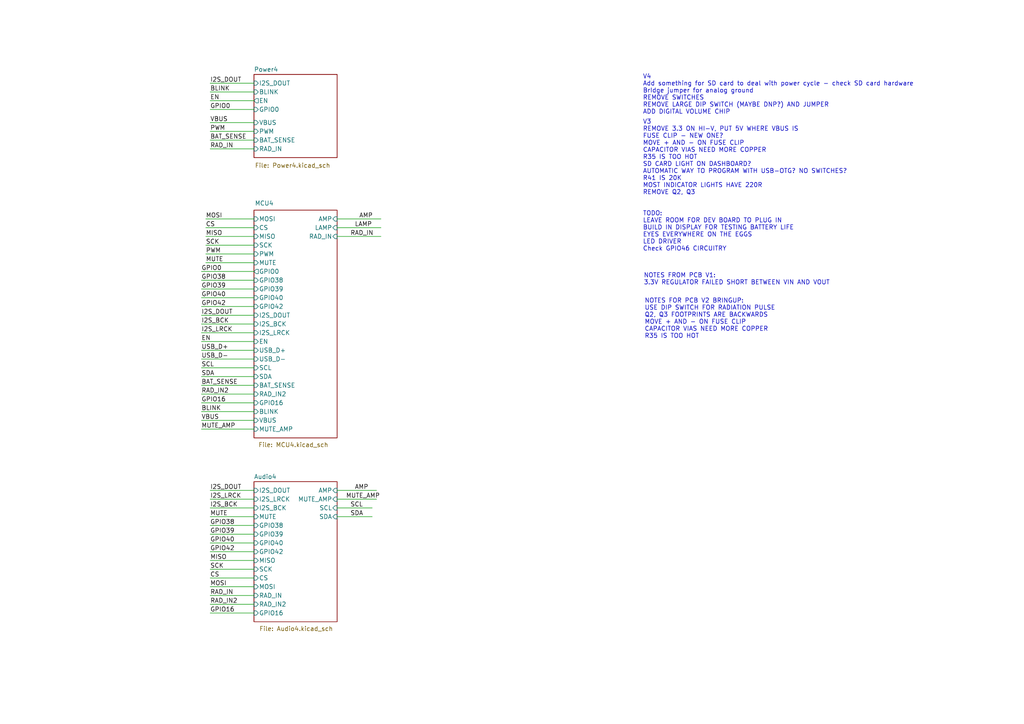
<source format=kicad_sch>
(kicad_sch
	(version 20250114)
	(generator "eeschema")
	(generator_version "9.0")
	(uuid "0a781558-ebe5-4562-8748-3cbe471da24e")
	(paper "A4")
	(title_block
		(title "POWER")
	)
	(lib_symbols)
	(text "V3\nREMOVE 3.3 ON HI-V, PUT 5V WHERE VBUS IS\nFUSE CLIP - NEW ONE?\nMOVE + AND - ON FUSE CLIP\nCAPACITOR VIAS NEED MORE COPPER\nR35 IS TOO HOT\nSD CARD LIGHT ON DASHBOARD?\nAUTOMATIC WAY TO PROGRAM WITH USB-OTG? NO SWITCHES?\nR41 IS 20K\nMOST INDICATOR LIGHTS HAVE 220R \nREMOVE Q2, Q3\n\n\nTODO:\nLEAVE ROOM FOR DEV BOARD TO PLUG IN\nBUILD IN DISPLAY FOR TESTING BATTERY LIFE\nEYES EVERYWHERE ON THE EGGS\nLED DRIVER\nCheck GPIO46 CIRCUITRY"
		(exclude_from_sim no)
		(at 186.436 53.848 0)
		(effects
			(font
				(size 1.27 1.27)
			)
			(justify left)
		)
		(uuid "3760ff42-b08b-4703-aaf8-aeb1eb1db20c")
	)
	(text "NOTES FOR PCB V2 BRINGUP:\nUSE DIP SWITCH FOR RADIATION PULSE\nQ2, Q3 FOOTPRINTS ARE BACKWARDS\nMOVE + AND - ON FUSE CLIP\nCAPACITOR VIAS NEED MORE COPPER\nR35 IS TOO HOT"
		(exclude_from_sim no)
		(at 186.944 92.456 0)
		(effects
			(font
				(size 1.27 1.27)
			)
			(justify left)
		)
		(uuid "3eee940c-3daf-4539-b402-6624e95890bf")
	)
	(text "NOTES FROM PCB V1:\n3.3V REGULATOR FAILED SHORT BETWEEN VIN AND VOUT"
		(exclude_from_sim no)
		(at 186.69 81.026 0)
		(effects
			(font
				(size 1.27 1.27)
			)
			(justify left)
		)
		(uuid "4bc7d904-9336-4473-9b75-88914af7bb07")
	)
	(text "V4\nAdd something for SD card to deal with power cycle - check SD card hardware\nBrIdge jumper for analog ground\nREMOVE SWITCHES\nREMOVE LARGE DIP SWITCH (MAYBE DNP?) AND JUMPER\nADD DIGITAL VOLUME CHIP"
		(exclude_from_sim no)
		(at 186.436 27.432 0)
		(effects
			(font
				(size 1.27 1.27)
			)
			(justify left)
		)
		(uuid "e19991e7-0117-4423-9abf-ca858df787b7")
	)
	(wire
		(pts
			(xy 58.42 86.36) (xy 73.66 86.36)
		)
		(stroke
			(width 0)
			(type default)
		)
		(uuid "00d51275-3c9f-4e8a-891d-674dc05285b5")
	)
	(wire
		(pts
			(xy 58.42 104.14) (xy 73.66 104.14)
		)
		(stroke
			(width 0)
			(type default)
		)
		(uuid "17d01d1f-b5ad-4bf7-9839-bc7a01be1db2")
	)
	(wire
		(pts
			(xy 58.42 88.9) (xy 73.66 88.9)
		)
		(stroke
			(width 0)
			(type default)
		)
		(uuid "187f0d01-d358-4a97-9462-d67bb09ab9e1")
	)
	(wire
		(pts
			(xy 73.66 91.44) (xy 58.42 91.44)
		)
		(stroke
			(width 0)
			(type default)
		)
		(uuid "1a434ad7-f196-4851-a582-b8f2a94077c2")
	)
	(wire
		(pts
			(xy 60.96 31.75) (xy 73.66 31.75)
		)
		(stroke
			(width 0)
			(type default)
		)
		(uuid "1cd59efe-9f8b-40dd-aa67-1cc8e5d9a440")
	)
	(wire
		(pts
			(xy 58.42 81.28) (xy 73.66 81.28)
		)
		(stroke
			(width 0)
			(type default)
		)
		(uuid "1f3eada3-dc51-49f7-92d4-97b65c693013")
	)
	(wire
		(pts
			(xy 73.66 121.92) (xy 58.42 121.92)
		)
		(stroke
			(width 0)
			(type default)
		)
		(uuid "20481f50-9904-4cae-92e6-53bc82e1a12f")
	)
	(wire
		(pts
			(xy 73.66 119.38) (xy 58.42 119.38)
		)
		(stroke
			(width 0)
			(type default)
		)
		(uuid "20cbcacc-7ce9-4a41-af38-17a075f5758c")
	)
	(wire
		(pts
			(xy 59.69 71.12) (xy 73.66 71.12)
		)
		(stroke
			(width 0)
			(type default)
		)
		(uuid "2349a2cd-4fa2-4b67-b5fc-2f7231be1c94")
	)
	(wire
		(pts
			(xy 73.66 162.56) (xy 60.96 162.56)
		)
		(stroke
			(width 0)
			(type default)
		)
		(uuid "26a05d0a-9edb-4a62-9a87-9f2e9e9d5b40")
	)
	(wire
		(pts
			(xy 60.96 144.78) (xy 73.66 144.78)
		)
		(stroke
			(width 0)
			(type default)
		)
		(uuid "2a86a4a0-ad2d-493d-bb50-56860e94f7c6")
	)
	(wire
		(pts
			(xy 60.96 154.94) (xy 73.66 154.94)
		)
		(stroke
			(width 0)
			(type default)
		)
		(uuid "2c6488b6-6959-43f7-a3a6-6be4d53343b9")
	)
	(wire
		(pts
			(xy 73.66 96.52) (xy 58.42 96.52)
		)
		(stroke
			(width 0)
			(type default)
		)
		(uuid "37c95b4b-3806-4d96-9f5e-1632f608b932")
	)
	(wire
		(pts
			(xy 97.79 144.78) (xy 109.22 144.78)
		)
		(stroke
			(width 0)
			(type default)
		)
		(uuid "413c869a-4b13-4749-8b33-0abe1aa6e7ba")
	)
	(wire
		(pts
			(xy 73.66 142.24) (xy 60.96 142.24)
		)
		(stroke
			(width 0)
			(type default)
		)
		(uuid "4341ca1c-7bdc-4b1a-8e3b-8b122da564a9")
	)
	(wire
		(pts
			(xy 73.66 116.84) (xy 58.42 116.84)
		)
		(stroke
			(width 0)
			(type default)
		)
		(uuid "43949e9e-b128-4f98-86ad-9f6fb5c578e5")
	)
	(wire
		(pts
			(xy 58.42 78.74) (xy 73.66 78.74)
		)
		(stroke
			(width 0)
			(type default)
		)
		(uuid "53733d68-5b7d-4366-93c4-7c364f49d99f")
	)
	(wire
		(pts
			(xy 97.79 63.5) (xy 110.49 63.5)
		)
		(stroke
			(width 0)
			(type default)
		)
		(uuid "62d42771-9bfb-4b27-9b9b-7ea129a8ae02")
	)
	(wire
		(pts
			(xy 58.42 101.6) (xy 73.66 101.6)
		)
		(stroke
			(width 0)
			(type default)
		)
		(uuid "6a16eb77-e9e1-4606-a657-b42998640c14")
	)
	(wire
		(pts
			(xy 60.96 26.67) (xy 73.66 26.67)
		)
		(stroke
			(width 0)
			(type default)
		)
		(uuid "709bb0ff-7676-4b1f-a009-7e218858d457")
	)
	(wire
		(pts
			(xy 97.79 66.04) (xy 110.49 66.04)
		)
		(stroke
			(width 0)
			(type default)
		)
		(uuid "723f7f6c-f1bb-4eae-934c-f0601261510a")
	)
	(wire
		(pts
			(xy 60.96 160.02) (xy 73.66 160.02)
		)
		(stroke
			(width 0)
			(type default)
		)
		(uuid "76d84608-c5e4-49f6-9b3a-326468a0be34")
	)
	(wire
		(pts
			(xy 58.42 124.46) (xy 73.66 124.46)
		)
		(stroke
			(width 0)
			(type default)
		)
		(uuid "7c55beea-bf0a-47f3-9f5e-991d0a21d063")
	)
	(wire
		(pts
			(xy 73.66 111.76) (xy 58.42 111.76)
		)
		(stroke
			(width 0)
			(type default)
		)
		(uuid "7cd84569-910e-45f0-b3af-9990a2b4f597")
	)
	(wire
		(pts
			(xy 60.96 177.8) (xy 73.66 177.8)
		)
		(stroke
			(width 0)
			(type default)
		)
		(uuid "82b65cc8-2759-4a69-843b-7bf75bd067fb")
	)
	(wire
		(pts
			(xy 60.96 152.4) (xy 73.66 152.4)
		)
		(stroke
			(width 0)
			(type default)
		)
		(uuid "843b94d0-39c3-4417-af26-4f8540756cad")
	)
	(wire
		(pts
			(xy 73.66 167.64) (xy 60.96 167.64)
		)
		(stroke
			(width 0)
			(type default)
		)
		(uuid "847ba38e-b3c4-4e0b-b6b8-7ba2cec47502")
	)
	(wire
		(pts
			(xy 97.79 68.58) (xy 110.49 68.58)
		)
		(stroke
			(width 0)
			(type default)
		)
		(uuid "866e3421-8d77-4786-834a-fd228ef3aaa9")
	)
	(wire
		(pts
			(xy 73.66 165.1) (xy 60.96 165.1)
		)
		(stroke
			(width 0)
			(type default)
		)
		(uuid "87a3532f-7301-4486-9ec8-ffe18b051e79")
	)
	(wire
		(pts
			(xy 59.69 76.2) (xy 73.66 76.2)
		)
		(stroke
			(width 0)
			(type default)
		)
		(uuid "8bc69226-4d57-407d-9a32-3451aa289fd4")
	)
	(wire
		(pts
			(xy 73.66 35.56) (xy 60.96 35.56)
		)
		(stroke
			(width 0)
			(type default)
		)
		(uuid "8c34e4b0-ce49-4e2c-bd42-f03f49e2f403")
	)
	(wire
		(pts
			(xy 59.69 68.58) (xy 73.66 68.58)
		)
		(stroke
			(width 0)
			(type default)
		)
		(uuid "965637de-3f0b-43f2-8ebe-c36f32f4b1af")
	)
	(wire
		(pts
			(xy 97.79 142.24) (xy 109.22 142.24)
		)
		(stroke
			(width 0)
			(type default)
		)
		(uuid "9ad376c5-c14d-4f2f-a822-5ba3a98b7685")
	)
	(wire
		(pts
			(xy 73.66 172.72) (xy 60.96 172.72)
		)
		(stroke
			(width 0)
			(type default)
		)
		(uuid "a4aca49d-b192-430f-9c2f-3039055b765d")
	)
	(wire
		(pts
			(xy 97.79 149.86) (xy 107.95 149.86)
		)
		(stroke
			(width 0)
			(type default)
		)
		(uuid "a726d773-caf1-4f30-8f16-82d751cf6f5e")
	)
	(wire
		(pts
			(xy 58.42 99.06) (xy 73.66 99.06)
		)
		(stroke
			(width 0)
			(type default)
		)
		(uuid "ac4f844c-1dd4-41f8-b318-b2f1682b2083")
	)
	(wire
		(pts
			(xy 60.96 29.21) (xy 73.66 29.21)
		)
		(stroke
			(width 0)
			(type default)
		)
		(uuid "af118617-c222-4f30-8373-29594edcb5fc")
	)
	(wire
		(pts
			(xy 73.66 114.3) (xy 58.42 114.3)
		)
		(stroke
			(width 0)
			(type default)
		)
		(uuid "b17aac35-fa9a-4019-ad77-46e665980248")
	)
	(wire
		(pts
			(xy 73.66 38.1) (xy 60.96 38.1)
		)
		(stroke
			(width 0)
			(type default)
		)
		(uuid "b3ae3e40-f9a7-414a-8597-e39f90168936")
	)
	(wire
		(pts
			(xy 59.69 73.66) (xy 73.66 73.66)
		)
		(stroke
			(width 0)
			(type default)
		)
		(uuid "b7a8d237-6f65-46de-af6f-8322c4e05e11")
	)
	(wire
		(pts
			(xy 60.96 147.32) (xy 73.66 147.32)
		)
		(stroke
			(width 0)
			(type default)
		)
		(uuid "ba42c7b6-74ea-406c-9dfe-fdb010a28b2b")
	)
	(wire
		(pts
			(xy 58.42 83.82) (xy 73.66 83.82)
		)
		(stroke
			(width 0)
			(type default)
		)
		(uuid "bf0020e8-5e68-41fd-aeaa-f8f0f2f49132")
	)
	(wire
		(pts
			(xy 73.66 43.18) (xy 60.96 43.18)
		)
		(stroke
			(width 0)
			(type default)
		)
		(uuid "cb7f8548-92a4-4a3a-b534-a7dca254f3a3")
	)
	(wire
		(pts
			(xy 58.42 106.68) (xy 73.66 106.68)
		)
		(stroke
			(width 0)
			(type default)
		)
		(uuid "cf38914f-a75b-45a2-8271-bd7d08670489")
	)
	(wire
		(pts
			(xy 60.96 157.48) (xy 73.66 157.48)
		)
		(stroke
			(width 0)
			(type default)
		)
		(uuid "d1d79501-bf39-40db-bae4-79a8b9ce44f6")
	)
	(wire
		(pts
			(xy 73.66 93.98) (xy 58.42 93.98)
		)
		(stroke
			(width 0)
			(type default)
		)
		(uuid "dc84777f-09a7-43cc-a4f4-c67041b2440a")
	)
	(wire
		(pts
			(xy 97.79 147.32) (xy 107.95 147.32)
		)
		(stroke
			(width 0)
			(type default)
		)
		(uuid "dd63d3fb-ce57-44f3-96b9-8ab38066b182")
	)
	(wire
		(pts
			(xy 73.66 170.18) (xy 60.96 170.18)
		)
		(stroke
			(width 0)
			(type default)
		)
		(uuid "de05d0c3-7f33-4363-b68f-8f4dbdf73d1a")
	)
	(wire
		(pts
			(xy 73.66 175.26) (xy 60.96 175.26)
		)
		(stroke
			(width 0)
			(type default)
		)
		(uuid "e95ea8e5-a5ae-4f3d-8002-d1918dc30fd6")
	)
	(wire
		(pts
			(xy 58.42 109.22) (xy 73.66 109.22)
		)
		(stroke
			(width 0)
			(type default)
		)
		(uuid "ee940359-9c37-49e9-97b1-b76630c44c50")
	)
	(wire
		(pts
			(xy 60.96 24.13) (xy 73.66 24.13)
		)
		(stroke
			(width 0)
			(type default)
		)
		(uuid "f23393b7-5aea-4103-a55b-328cb1d1e294")
	)
	(wire
		(pts
			(xy 60.96 149.86) (xy 73.66 149.86)
		)
		(stroke
			(width 0)
			(type default)
		)
		(uuid "f3aa6aba-7ed2-4bc6-ae38-a3aad0eacbbd")
	)
	(wire
		(pts
			(xy 73.66 40.64) (xy 60.96 40.64)
		)
		(stroke
			(width 0)
			(type default)
		)
		(uuid "f6d308ab-8708-4688-b9dc-58fdc2440899")
	)
	(wire
		(pts
			(xy 73.66 63.5) (xy 59.69 63.5)
		)
		(stroke
			(width 0)
			(type default)
		)
		(uuid "f7504d3f-b4bb-42df-8c57-89dfdff49f4d")
	)
	(wire
		(pts
			(xy 59.69 66.04) (xy 73.66 66.04)
		)
		(stroke
			(width 0)
			(type default)
		)
		(uuid "f846ba87-39b0-4205-8dc9-f0d22e065528")
	)
	(label "SDA"
		(at 58.42 109.22 0)
		(effects
			(font
				(size 1.27 1.27)
			)
			(justify left bottom)
		)
		(uuid "00e90810-afd1-4318-b29c-40c2262d391c")
	)
	(label "MUTE_AMP"
		(at 58.42 124.46 0)
		(effects
			(font
				(size 1.27 1.27)
			)
			(justify left bottom)
		)
		(uuid "01f91f1d-421b-4923-bc06-4558eeafb381")
	)
	(label "MUTE"
		(at 59.69 76.2 0)
		(effects
			(font
				(size 1.27 1.27)
			)
			(justify left bottom)
		)
		(uuid "05f2e2a5-c19c-4aca-a249-dc5a97e1fe9b")
	)
	(label "VBUS"
		(at 60.96 35.56 0)
		(effects
			(font
				(size 1.27 1.27)
			)
			(justify left bottom)
		)
		(uuid "10a5282e-e56a-4652-9819-8a97103526d3")
	)
	(label "USB_D-"
		(at 58.42 104.14 0)
		(effects
			(font
				(size 1.27 1.27)
			)
			(justify left bottom)
		)
		(uuid "13367ad7-c3da-45b9-8f68-2c488acba365")
	)
	(label "I2S_LRCK"
		(at 60.96 144.78 0)
		(effects
			(font
				(size 1.27 1.27)
			)
			(justify left bottom)
		)
		(uuid "1526b434-c438-4564-8d08-ec918847368e")
	)
	(label "SDA"
		(at 101.6 149.86 0)
		(effects
			(font
				(size 1.27 1.27)
			)
			(justify left bottom)
		)
		(uuid "1a2cd812-d25c-4b16-a2f8-d4ab44b89190")
	)
	(label "GPIO16"
		(at 58.42 116.84 0)
		(effects
			(font
				(size 1.27 1.27)
			)
			(justify left bottom)
		)
		(uuid "1a803dd8-1afb-4b19-a0f3-1c92a9946fa2")
	)
	(label "MISO"
		(at 60.96 162.56 0)
		(effects
			(font
				(size 1.27 1.27)
			)
			(justify left bottom)
		)
		(uuid "1ecbbbd5-33f2-4a4e-be9e-8fcf78287925")
	)
	(label "BAT_SENSE"
		(at 58.42 111.76 0)
		(effects
			(font
				(size 1.27 1.27)
			)
			(justify left bottom)
		)
		(uuid "21b7c23e-0dec-4a16-b235-08908dda8944")
	)
	(label "PWM"
		(at 60.96 38.1 0)
		(effects
			(font
				(size 1.27 1.27)
			)
			(justify left bottom)
		)
		(uuid "29668604-2b20-4cd5-975d-bb60ea28c91c")
	)
	(label "GPIO0"
		(at 58.42 78.74 0)
		(effects
			(font
				(size 1.27 1.27)
			)
			(justify left bottom)
		)
		(uuid "2b82d51c-69f6-4a17-a439-1607ab63c04e")
	)
	(label "I2S_LRCK"
		(at 58.42 96.52 0)
		(effects
			(font
				(size 1.27 1.27)
			)
			(justify left bottom)
		)
		(uuid "2e856661-ffc8-433d-961f-3cc88a633fc0")
	)
	(label "MUTE"
		(at 60.96 149.86 0)
		(effects
			(font
				(size 1.27 1.27)
			)
			(justify left bottom)
		)
		(uuid "3f75cbd6-0d04-437f-b06b-c753c532c22c")
	)
	(label "LAMP"
		(at 102.87 66.04 0)
		(effects
			(font
				(size 1.27 1.27)
			)
			(justify left bottom)
		)
		(uuid "45213e51-ddd8-4d7f-849a-4148d8f9dd76")
	)
	(label "GPIO16"
		(at 60.96 177.8 0)
		(effects
			(font
				(size 1.27 1.27)
			)
			(justify left bottom)
		)
		(uuid "4b6d1865-d4ce-4ecc-84a1-66a8475d124a")
	)
	(label "MISO"
		(at 59.69 68.58 0)
		(effects
			(font
				(size 1.27 1.27)
			)
			(justify left bottom)
		)
		(uuid "4e19abde-7a89-450d-8f97-d46fa14900d4")
	)
	(label "GPIO40"
		(at 60.96 157.48 0)
		(effects
			(font
				(size 1.27 1.27)
			)
			(justify left bottom)
		)
		(uuid "51f1376f-5415-4718-8556-d413c632a37c")
	)
	(label "MOSI"
		(at 59.69 63.5 0)
		(effects
			(font
				(size 1.27 1.27)
			)
			(justify left bottom)
		)
		(uuid "59846df6-9020-4337-918f-d749baabe3ee")
	)
	(label "BLINK"
		(at 60.96 26.67 0)
		(effects
			(font
				(size 1.27 1.27)
			)
			(justify left bottom)
		)
		(uuid "647ff05e-a383-427e-a40d-e627c7a105c7")
	)
	(label "SCL"
		(at 101.6 147.32 0)
		(effects
			(font
				(size 1.27 1.27)
			)
			(justify left bottom)
		)
		(uuid "679f00b8-806b-4ac4-9c25-ad8a1d430270")
	)
	(label "GPIO38"
		(at 58.42 81.28 0)
		(effects
			(font
				(size 1.27 1.27)
			)
			(justify left bottom)
		)
		(uuid "6a00b6c3-bb39-4e1a-a30f-27621c7b01ec")
	)
	(label "RAD_IN2"
		(at 58.42 114.3 0)
		(effects
			(font
				(size 1.27 1.27)
			)
			(justify left bottom)
		)
		(uuid "6a18a20a-7e7e-484a-b87c-2bfc901fccfe")
	)
	(label "I2S_BCK"
		(at 60.96 147.32 0)
		(effects
			(font
				(size 1.27 1.27)
			)
			(justify left bottom)
		)
		(uuid "738a9128-26f7-487a-98bf-62a7d01e5783")
	)
	(label "GPIO39"
		(at 58.42 83.82 0)
		(effects
			(font
				(size 1.27 1.27)
			)
			(justify left bottom)
		)
		(uuid "83910de1-90f7-46eb-85d8-2a6fc067ec1d")
	)
	(label "SCK"
		(at 59.69 71.12 0)
		(effects
			(font
				(size 1.27 1.27)
			)
			(justify left bottom)
		)
		(uuid "8c63ff11-be6d-4429-b189-df83fb34bd1c")
	)
	(label "MUTE_AMP"
		(at 100.33 144.78 0)
		(effects
			(font
				(size 1.27 1.27)
			)
			(justify left bottom)
		)
		(uuid "90c0d660-4910-4df7-809e-ce54e0fc01b9")
	)
	(label "PWM"
		(at 59.69 73.66 0)
		(effects
			(font
				(size 1.27 1.27)
			)
			(justify left bottom)
		)
		(uuid "92bd6725-83ca-4375-aa9e-d8dc0fa5424e")
	)
	(label "CS"
		(at 59.69 66.04 0)
		(effects
			(font
				(size 1.27 1.27)
			)
			(justify left bottom)
		)
		(uuid "934a300d-a898-4abc-beb5-a95bf953e24a")
	)
	(label "CS"
		(at 60.96 167.64 0)
		(effects
			(font
				(size 1.27 1.27)
			)
			(justify left bottom)
		)
		(uuid "9b7233ac-42c1-436c-8c47-cc57170128c7")
	)
	(label "AMP"
		(at 104.14 63.5 0)
		(effects
			(font
				(size 1.27 1.27)
			)
			(justify left bottom)
		)
		(uuid "9e27a5b1-d40b-479c-b3a6-790dbb395bfb")
	)
	(label "AMP"
		(at 102.87 142.24 0)
		(effects
			(font
				(size 1.27 1.27)
			)
			(justify left bottom)
		)
		(uuid "a0ab5427-9dba-4e2e-b1bf-5acc0016d6d4")
	)
	(label "USB_D+"
		(at 58.42 101.6 0)
		(effects
			(font
				(size 1.27 1.27)
			)
			(justify left bottom)
		)
		(uuid "a70b322a-ae54-4e3d-bbf4-8ae95bffa33c")
	)
	(label "RAD_IN2"
		(at 60.96 175.26 0)
		(effects
			(font
				(size 1.27 1.27)
			)
			(justify left bottom)
		)
		(uuid "a77e46a2-b816-4ed8-9f57-7dcfd52765e8")
	)
	(label "GPIO38"
		(at 60.96 152.4 0)
		(effects
			(font
				(size 1.27 1.27)
			)
			(justify left bottom)
		)
		(uuid "aa7e27ac-da64-4867-9e44-0daa47cb08a1")
	)
	(label "BLINK"
		(at 58.42 119.38 0)
		(effects
			(font
				(size 1.27 1.27)
			)
			(justify left bottom)
		)
		(uuid "ac1a1a16-6cb9-4a91-b9bb-87b4cdeb0bb8")
	)
	(label "GPIO0"
		(at 60.96 31.75 0)
		(effects
			(font
				(size 1.27 1.27)
			)
			(justify left bottom)
		)
		(uuid "b0d1a239-4248-4692-b245-e34f484ba3fb")
	)
	(label "BAT_SENSE"
		(at 60.96 40.64 0)
		(effects
			(font
				(size 1.27 1.27)
			)
			(justify left bottom)
		)
		(uuid "b5f309b9-72fb-497c-b7cc-8bba35d7c773")
	)
	(label "SCL"
		(at 58.42 106.68 0)
		(effects
			(font
				(size 1.27 1.27)
			)
			(justify left bottom)
		)
		(uuid "b6ff34ce-9673-4332-9c37-7e556c027b19")
	)
	(label "RAD_IN"
		(at 101.6 68.58 0)
		(effects
			(font
				(size 1.27 1.27)
			)
			(justify left bottom)
		)
		(uuid "c1205dab-6a72-4452-a5f8-569cff4989bd")
	)
	(label "GPIO42"
		(at 60.96 160.02 0)
		(effects
			(font
				(size 1.27 1.27)
			)
			(justify left bottom)
		)
		(uuid "ca08bb8e-cf04-4fdf-b75d-00590be55fbf")
	)
	(label "GPIO39"
		(at 60.96 154.94 0)
		(effects
			(font
				(size 1.27 1.27)
			)
			(justify left bottom)
		)
		(uuid "cf981ae6-3756-44cc-97ea-911ad8bb43f5")
	)
	(label "VBUS"
		(at 58.42 121.92 0)
		(effects
			(font
				(size 1.27 1.27)
			)
			(justify left bottom)
		)
		(uuid "d1b95b20-ea76-4b39-b82c-fde0bff583f1")
	)
	(label "RAD_IN"
		(at 60.96 43.18 0)
		(effects
			(font
				(size 1.27 1.27)
			)
			(justify left bottom)
		)
		(uuid "d2c6ab1a-f87f-40db-a367-59719b1918e6")
	)
	(label "RAD_IN"
		(at 60.96 172.72 0)
		(effects
			(font
				(size 1.27 1.27)
			)
			(justify left bottom)
		)
		(uuid "d3e3c7e9-c356-4085-9c7d-1a4ef65fdb90")
	)
	(label "I2S_DOUT"
		(at 60.96 142.24 0)
		(effects
			(font
				(size 1.27 1.27)
			)
			(justify left bottom)
		)
		(uuid "d3f4d3bd-0143-41ed-af7a-428433846dd3")
	)
	(label "MOSI"
		(at 60.96 170.18 0)
		(effects
			(font
				(size 1.27 1.27)
			)
			(justify left bottom)
		)
		(uuid "d4deff41-9cb0-419c-b01d-9f57dd878436")
	)
	(label "SCK"
		(at 60.96 165.1 0)
		(effects
			(font
				(size 1.27 1.27)
			)
			(justify left bottom)
		)
		(uuid "dc6e1dc8-6315-48a2-89cb-a64b9bd8ff4b")
	)
	(label "EN"
		(at 60.96 29.21 0)
		(effects
			(font
				(size 1.27 1.27)
			)
			(justify left bottom)
		)
		(uuid "de3a5adc-b487-4a05-a815-8a4861263b92")
	)
	(label "GPIO40"
		(at 58.42 86.36 0)
		(effects
			(font
				(size 1.27 1.27)
			)
			(justify left bottom)
		)
		(uuid "e042b7d6-afe5-428f-8a20-c33daaa7d90e")
	)
	(label "GPIO42"
		(at 58.42 88.9 0)
		(effects
			(font
				(size 1.27 1.27)
			)
			(justify left bottom)
		)
		(uuid "e50843d7-4324-4a40-bd84-8fea7b310280")
	)
	(label "EN"
		(at 58.42 99.06 0)
		(effects
			(font
				(size 1.27 1.27)
			)
			(justify left bottom)
		)
		(uuid "e5f1e5b2-d058-479a-bdeb-6b5862ae51c5")
	)
	(label "I2S_DOUT"
		(at 60.96 24.13 0)
		(effects
			(font
				(size 1.27 1.27)
			)
			(justify left bottom)
		)
		(uuid "ee6d5dc5-80ee-4dd8-86cc-67a8db50880c")
	)
	(label "I2S_DOUT"
		(at 58.42 91.44 0)
		(effects
			(font
				(size 1.27 1.27)
			)
			(justify left bottom)
		)
		(uuid "ef660538-3fc5-47c9-8279-939f5552a4d6")
	)
	(label "I2S_BCK"
		(at 58.42 93.98 0)
		(effects
			(font
				(size 1.27 1.27)
			)
			(justify left bottom)
		)
		(uuid "f47fc5ab-c1f8-4d93-844e-47fdd082b21a")
	)
	(sheet
		(at 73.66 60.96)
		(size 24.13 66.04)
		(exclude_from_sim no)
		(in_bom yes)
		(on_board yes)
		(dnp no)
		(stroke
			(width 0.1524)
			(type solid)
		)
		(fill
			(color 0 0 0 0.0000)
		)
		(uuid "553d155f-51d7-41f8-b819-9cc6d294555d")
		(property "Sheetname" "MCU4"
			(at 73.914 59.69 0)
			(effects
				(font
					(size 1.27 1.27)
				)
				(justify left bottom)
			)
		)
		(property "Sheetfile" "MCU4.kicad_sch"
			(at 74.93 128.27 0)
			(effects
				(font
					(size 1.27 1.27)
				)
				(justify left top)
			)
		)
		(pin "PWM" input
			(at 73.66 73.66 180)
			(uuid "42a93fe2-4817-4fd9-816e-3bd015a1a960")
			(effects
				(font
					(size 1.27 1.27)
				)
				(justify left)
			)
		)
		(pin "MOSI" input
			(at 73.66 63.5 180)
			(uuid "14d9bee1-fc21-45d1-a1ee-621f6a671d24")
			(effects
				(font
					(size 1.27 1.27)
				)
				(justify left)
			)
		)
		(pin "CS" input
			(at 73.66 66.04 180)
			(uuid "e5cdb24a-1f5b-4834-be11-f16511810d1d")
			(effects
				(font
					(size 1.27 1.27)
				)
				(justify left)
			)
		)
		(pin "MISO" input
			(at 73.66 68.58 180)
			(uuid "035598f6-83f6-4b47-9724-be11a6658197")
			(effects
				(font
					(size 1.27 1.27)
				)
				(justify left)
			)
		)
		(pin "MUTE" input
			(at 73.66 76.2 180)
			(uuid "80e129de-b5ff-4217-a1c3-ebce762439f3")
			(effects
				(font
					(size 1.27 1.27)
				)
				(justify left)
			)
		)
		(pin "I2S_DOUT" input
			(at 73.66 91.44 180)
			(uuid "d1c4e243-6339-441b-84fe-394997173f4e")
			(effects
				(font
					(size 1.27 1.27)
				)
				(justify left)
			)
		)
		(pin "I2S_BCK" input
			(at 73.66 93.98 180)
			(uuid "c984886b-a653-459b-a309-2085de4d2218")
			(effects
				(font
					(size 1.27 1.27)
				)
				(justify left)
			)
		)
		(pin "I2S_LRCK" input
			(at 73.66 96.52 180)
			(uuid "334ec726-ff39-4545-8d1f-e4f6248a0982")
			(effects
				(font
					(size 1.27 1.27)
				)
				(justify left)
			)
		)
		(pin "EN" input
			(at 73.66 99.06 180)
			(uuid "b7e582fd-e217-4009-ac79-75e49f8a3bac")
			(effects
				(font
					(size 1.27 1.27)
				)
				(justify left)
			)
		)
		(pin "USB_D+" input
			(at 73.66 101.6 180)
			(uuid "54e379b3-c80e-43c4-ac73-fff6f1696ade")
			(effects
				(font
					(size 1.27 1.27)
				)
				(justify left)
			)
		)
		(pin "SDA" input
			(at 73.66 109.22 180)
			(uuid "93c644de-1014-4529-bc0a-9acc3157b50a")
			(effects
				(font
					(size 1.27 1.27)
				)
				(justify left)
			)
		)
		(pin "USB_D-" input
			(at 73.66 104.14 180)
			(uuid "e2d25cc2-8499-47a0-bc1c-eeecc8fe1bd4")
			(effects
				(font
					(size 1.27 1.27)
				)
				(justify left)
			)
		)
		(pin "SCL" input
			(at 73.66 106.68 180)
			(uuid "e4c66ecb-e96e-4f58-a6b1-9b63759346bb")
			(effects
				(font
					(size 1.27 1.27)
				)
				(justify left)
			)
		)
		(pin "SCK" input
			(at 73.66 71.12 180)
			(uuid "d14bd2b1-78ef-4d53-9e61-96fcce6ff65d")
			(effects
				(font
					(size 1.27 1.27)
				)
				(justify left)
			)
		)
		(pin "GPIO0" output
			(at 73.66 78.74 180)
			(uuid "3e51a168-30e0-4b4a-9e77-d173891d312a")
			(effects
				(font
					(size 1.27 1.27)
				)
				(justify left)
			)
		)
		(pin "GPIO38" input
			(at 73.66 81.28 180)
			(uuid "f80cd076-189d-4fea-893d-583bbea78fb6")
			(effects
				(font
					(size 1.27 1.27)
				)
				(justify left)
			)
		)
		(pin "GPIO39" input
			(at 73.66 83.82 180)
			(uuid "c04fe439-33a7-4fb7-bdd6-68c6dfbdd2b2")
			(effects
				(font
					(size 1.27 1.27)
				)
				(justify left)
			)
		)
		(pin "GPIO40" input
			(at 73.66 86.36 180)
			(uuid "22f39a2a-536b-4601-92ac-15a0210eedb6")
			(effects
				(font
					(size 1.27 1.27)
				)
				(justify left)
			)
		)
		(pin "GPIO42" input
			(at 73.66 88.9 180)
			(uuid "81dbaa43-a71b-43bf-8a9b-63a1d8ab907c")
			(effects
				(font
					(size 1.27 1.27)
				)
				(justify left)
			)
		)
		(pin "RAD_IN2" input
			(at 73.66 114.3 180)
			(uuid "32639452-fa2a-4d39-95bc-921c6be4e1f3")
			(effects
				(font
					(size 1.27 1.27)
				)
				(justify left)
			)
		)
		(pin "GPIO16" input
			(at 73.66 116.84 180)
			(uuid "ae05cb11-b315-422d-b99d-82be99ea9c77")
			(effects
				(font
					(size 1.27 1.27)
				)
				(justify left)
			)
		)
		(pin "BLINK" input
			(at 73.66 119.38 180)
			(uuid "ff3a26d3-40ce-45e7-b313-a8591f38f4a9")
			(effects
				(font
					(size 1.27 1.27)
				)
				(justify left)
			)
		)
		(pin "BAT_SENSE" input
			(at 73.66 111.76 180)
			(uuid "1e360545-932b-4093-920e-ee7b910abefd")
			(effects
				(font
					(size 1.27 1.27)
				)
				(justify left)
			)
		)
		(pin "VBUS" input
			(at 73.66 121.92 180)
			(uuid "d8239a7d-33b1-48d0-8b78-aeabe7930c76")
			(effects
				(font
					(size 1.27 1.27)
				)
				(justify left)
			)
		)
		(pin "MUTE_AMP" input
			(at 73.66 124.46 180)
			(uuid "a3497547-8303-4e55-8dd8-b10b1dd1b538")
			(effects
				(font
					(size 1.27 1.27)
				)
				(justify left)
			)
		)
		(pin "AMP" input
			(at 97.79 63.5 0)
			(uuid "d5d22bc3-3b2c-4a2f-b566-3c8636287cad")
			(effects
				(font
					(size 1.27 1.27)
				)
				(justify right)
			)
		)
		(pin "LAMP" input
			(at 97.79 66.04 0)
			(uuid "ba3fd38e-f9ea-4745-9f73-452ad033a36d")
			(effects
				(font
					(size 1.27 1.27)
				)
				(justify right)
			)
		)
		(pin "RAD_IN" input
			(at 97.79 68.58 0)
			(uuid "079f3ff6-1474-49ef-858e-1441d1810fdc")
			(effects
				(font
					(size 1.27 1.27)
				)
				(justify right)
			)
		)
		(instances
			(project "Messages4"
				(path "/0a781558-ebe5-4562-8748-3cbe471da24e"
					(page "3")
				)
			)
		)
	)
	(sheet
		(at 73.66 21.59)
		(size 24.13 24.13)
		(exclude_from_sim no)
		(in_bom yes)
		(on_board yes)
		(dnp no)
		(stroke
			(width 0.1524)
			(type solid)
		)
		(fill
			(color 0 0 0 0.0000)
		)
		(uuid "61d54e0e-bfef-4c96-86a7-a9968a7c2798")
		(property "Sheetname" "Power4"
			(at 73.66 20.8784 0)
			(effects
				(font
					(size 1.27 1.27)
				)
				(justify left bottom)
			)
		)
		(property "Sheetfile" "Power4.kicad_sch"
			(at 73.914 47.244 0)
			(effects
				(font
					(size 1.27 1.27)
				)
				(justify left top)
			)
		)
		(pin "VBUS" input
			(at 73.66 35.56 180)
			(uuid "bbf20841-e019-4547-9bc8-1dfc365a24f8")
			(effects
				(font
					(size 1.27 1.27)
				)
				(justify left)
			)
		)
		(pin "PWM" input
			(at 73.66 38.1 180)
			(uuid "5eab1e3a-152c-4a13-90bc-5af57ff39fed")
			(effects
				(font
					(size 1.27 1.27)
				)
				(justify left)
			)
		)
		(pin "EN" output
			(at 73.66 29.21 180)
			(uuid "1328f00f-84eb-4f47-8e55-ddf31947dcbe")
			(effects
				(font
					(size 1.27 1.27)
				)
				(justify left)
			)
		)
		(pin "GPIO0" input
			(at 73.66 31.75 180)
			(uuid "83bf40df-1574-4925-9bb0-cc63693455b5")
			(effects
				(font
					(size 1.27 1.27)
				)
				(justify left)
			)
		)
		(pin "BLINK" input
			(at 73.66 26.67 180)
			(uuid "ca044bd9-9af4-4358-8d2a-0f12041fa365")
			(effects
				(font
					(size 1.27 1.27)
				)
				(justify left)
			)
		)
		(pin "BAT_SENSE" input
			(at 73.66 40.64 180)
			(uuid "76bb6b33-4437-452a-9205-2d482d58c957")
			(effects
				(font
					(size 1.27 1.27)
				)
				(justify left)
			)
		)
		(pin "RAD_IN" input
			(at 73.66 43.18 180)
			(uuid "e408da4f-e298-4136-9042-f6b098fe4d13")
			(effects
				(font
					(size 1.27 1.27)
				)
				(justify left)
			)
		)
		(pin "I2S_DOUT" input
			(at 73.66 24.13 180)
			(uuid "2e2b575f-7a77-4976-9aec-161657ecaa1f")
			(effects
				(font
					(size 1.27 1.27)
				)
				(justify left)
			)
		)
		(instances
			(project "Messages4"
				(path "/0a781558-ebe5-4562-8748-3cbe471da24e"
					(page "2")
				)
			)
		)
	)
	(sheet
		(at 73.66 139.7)
		(size 24.13 40.64)
		(exclude_from_sim no)
		(in_bom yes)
		(on_board yes)
		(dnp no)
		(stroke
			(width 0.1524)
			(type solid)
		)
		(fill
			(color 0 0 0 0.0000)
		)
		(uuid "b03a8cbd-5823-419c-808a-8b6445fe34d3")
		(property "Sheetname" "Audio4"
			(at 73.66 138.9884 0)
			(effects
				(font
					(size 1.27 1.27)
				)
				(justify left bottom)
			)
		)
		(property "Sheetfile" "Audio4.kicad_sch"
			(at 75.184 181.61 0)
			(effects
				(font
					(size 1.27 1.27)
				)
				(justify left top)
			)
		)
		(pin "I2S_DOUT" input
			(at 73.66 142.24 180)
			(uuid "65272281-d2d7-49e9-825e-4832744d2787")
			(effects
				(font
					(size 1.27 1.27)
				)
				(justify left)
			)
		)
		(pin "I2S_LRCK" input
			(at 73.66 144.78 180)
			(uuid "c92f7b4b-ddf3-455d-a6b4-2fbcbe7fdd07")
			(effects
				(font
					(size 1.27 1.27)
				)
				(justify left)
			)
		)
		(pin "I2S_BCK" input
			(at 73.66 147.32 180)
			(uuid "fd99170c-ecf3-4e72-9566-82028d6c5a56")
			(effects
				(font
					(size 1.27 1.27)
				)
				(justify left)
			)
		)
		(pin "MUTE" input
			(at 73.66 149.86 180)
			(uuid "fdff88a7-9de6-4a10-85fb-62de74b56168")
			(effects
				(font
					(size 1.27 1.27)
				)
				(justify left)
			)
		)
		(pin "MISO" input
			(at 73.66 162.56 180)
			(uuid "831a6e53-d406-4ef7-93db-9b09745c8ebe")
			(effects
				(font
					(size 1.27 1.27)
				)
				(justify left)
			)
		)
		(pin "SCK" input
			(at 73.66 165.1 180)
			(uuid "fa290403-7d4f-42d8-a24f-d9a7a515e3e4")
			(effects
				(font
					(size 1.27 1.27)
				)
				(justify left)
			)
		)
		(pin "CS" input
			(at 73.66 167.64 180)
			(uuid "90c1469b-01b4-416b-a694-dee52521e817")
			(effects
				(font
					(size 1.27 1.27)
				)
				(justify left)
			)
		)
		(pin "MOSI" input
			(at 73.66 170.18 180)
			(uuid "ff681818-cbf5-4a11-9a81-994883677114")
			(effects
				(font
					(size 1.27 1.27)
				)
				(justify left)
			)
		)
		(pin "GPIO38" input
			(at 73.66 152.4 180)
			(uuid "3a84cf8d-32fc-40cd-9850-672aa59bb3ec")
			(effects
				(font
					(size 1.27 1.27)
				)
				(justify left)
			)
		)
		(pin "GPIO39" input
			(at 73.66 154.94 180)
			(uuid "05513a58-dff3-4183-8d6c-ba008b406ce9")
			(effects
				(font
					(size 1.27 1.27)
				)
				(justify left)
			)
		)
		(pin "GPIO40" input
			(at 73.66 157.48 180)
			(uuid "fc0785c0-e17e-49bf-95b5-bdd3fae60598")
			(effects
				(font
					(size 1.27 1.27)
				)
				(justify left)
			)
		)
		(pin "GPIO42" input
			(at 73.66 160.02 180)
			(uuid "7aeb2cce-51ad-4d61-883e-3aa42fb33ca8")
			(effects
				(font
					(size 1.27 1.27)
				)
				(justify left)
			)
		)
		(pin "RAD_IN" input
			(at 73.66 172.72 180)
			(uuid "eb238d03-fbdf-463d-9ab5-04dcee413952")
			(effects
				(font
					(size 1.27 1.27)
				)
				(justify left)
			)
		)
		(pin "GPIO16" input
			(at 73.66 177.8 180)
			(uuid "ad2d0f54-14bb-4d16-8f75-85396def40dd")
			(effects
				(font
					(size 1.27 1.27)
				)
				(justify left)
			)
		)
		(pin "RAD_IN2" input
			(at 73.66 175.26 180)
			(uuid "8431ea21-b3d3-4513-882a-2a1ccbf43d97")
			(effects
				(font
					(size 1.27 1.27)
				)
				(justify left)
			)
		)
		(pin "AMP" input
			(at 97.79 142.24 0)
			(uuid "eb8b9264-c06a-47b1-8e7d-aa1ac9b258ce")
			(effects
				(font
					(size 1.27 1.27)
				)
				(justify right)
			)
		)
		(pin "MUTE_AMP" input
			(at 97.79 144.78 0)
			(uuid "1e4ee66c-1f45-45f9-b8f5-30dbdbf1c5f3")
			(effects
				(font
					(size 1.27 1.27)
				)
				(justify right)
			)
		)
		(pin "SCL" input
			(at 97.79 147.32 0)
			(uuid "2a999de3-3328-436d-9208-9bd6f8c6cc68")
			(effects
				(font
					(size 1.27 1.27)
				)
				(justify right)
			)
		)
		(pin "SDA" input
			(at 97.79 149.86 0)
			(uuid "2c4b82ee-f017-4b7f-86ab-d1eba93210cb")
			(effects
				(font
					(size 1.27 1.27)
				)
				(justify right)
			)
		)
		(instances
			(project "Messages4"
				(path "/0a781558-ebe5-4562-8748-3cbe471da24e"
					(page "4")
				)
			)
		)
	)
	(sheet_instances
		(path "/"
			(page "1")
		)
	)
	(embedded_fonts no)
)

</source>
